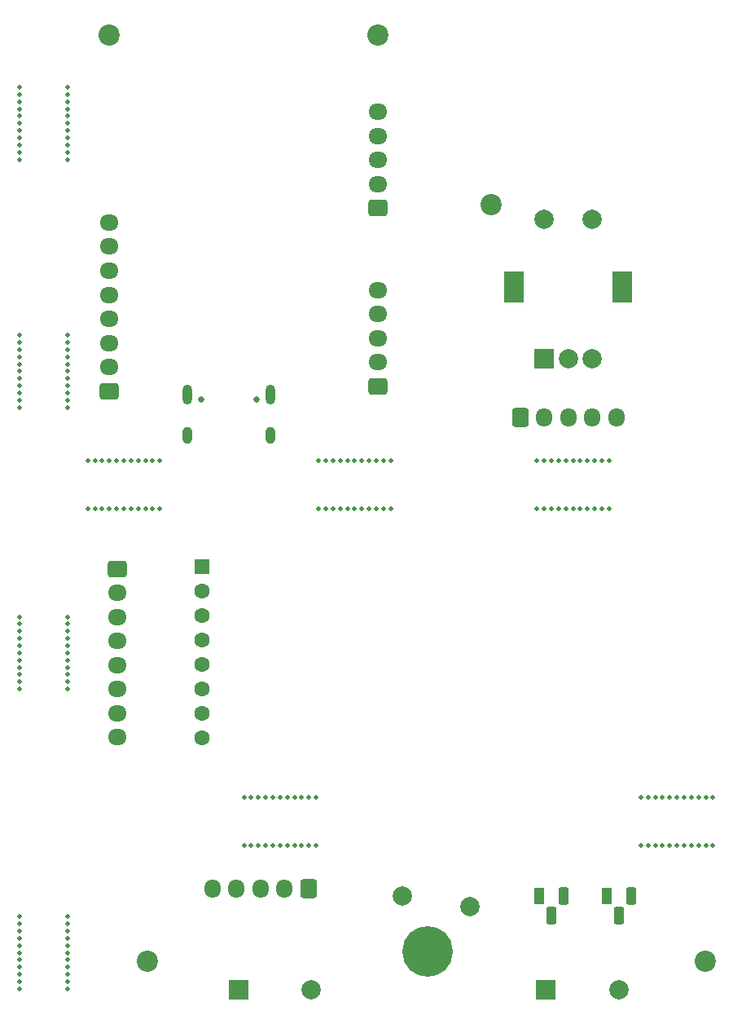
<source format=gbr>
%TF.GenerationSoftware,KiCad,Pcbnew,9.0.2*%
%TF.CreationDate,2025-07-24T13:27:54-05:00*%
%TF.ProjectId,clock,636c6f63-6b2e-46b6-9963-61645f706362,rev?*%
%TF.SameCoordinates,Original*%
%TF.FileFunction,Soldermask,Bot*%
%TF.FilePolarity,Negative*%
%FSLAX46Y46*%
G04 Gerber Fmt 4.6, Leading zero omitted, Abs format (unit mm)*
G04 Created by KiCad (PCBNEW 9.0.2) date 2025-07-24 13:27:54*
%MOMM*%
%LPD*%
G01*
G04 APERTURE LIST*
G04 Aperture macros list*
%AMRoundRect*
0 Rectangle with rounded corners*
0 $1 Rounding radius*
0 $2 $3 $4 $5 $6 $7 $8 $9 X,Y pos of 4 corners*
0 Add a 4 corners polygon primitive as box body*
4,1,4,$2,$3,$4,$5,$6,$7,$8,$9,$2,$3,0*
0 Add four circle primitives for the rounded corners*
1,1,$1+$1,$2,$3*
1,1,$1+$1,$4,$5*
1,1,$1+$1,$6,$7*
1,1,$1+$1,$8,$9*
0 Add four rect primitives between the rounded corners*
20,1,$1+$1,$2,$3,$4,$5,0*
20,1,$1+$1,$4,$5,$6,$7,0*
20,1,$1+$1,$6,$7,$8,$9,0*
20,1,$1+$1,$8,$9,$2,$3,0*%
G04 Aperture macros list end*
%ADD10C,2.200000*%
%ADD11C,5.250000*%
%ADD12C,2.000000*%
%ADD13C,0.500000*%
%ADD14RoundRect,0.250000X0.725000X-0.600000X0.725000X0.600000X-0.725000X0.600000X-0.725000X-0.600000X0*%
%ADD15O,1.950000X1.700000*%
%ADD16C,0.650000*%
%ADD17O,1.000000X2.100000*%
%ADD18O,1.000000X1.800000*%
%ADD19R,2.000000X2.000000*%
%ADD20R,2.000000X3.200000*%
%ADD21R,1.524000X1.524000*%
%ADD22C,1.600000*%
%ADD23RoundRect,0.250000X-0.725000X0.600000X-0.725000X-0.600000X0.725000X-0.600000X0.725000X0.600000X0*%
%ADD24R,1.100000X1.800000*%
%ADD25RoundRect,0.275000X-0.275000X-0.625000X0.275000X-0.625000X0.275000X0.625000X-0.275000X0.625000X0*%
%ADD26RoundRect,0.250000X-0.600000X-0.725000X0.600000X-0.725000X0.600000X0.725000X-0.600000X0.725000X0*%
%ADD27O,1.700000X1.950000*%
%ADD28RoundRect,0.250000X0.600000X0.725000X-0.600000X0.725000X-0.600000X-0.725000X0.600000X-0.725000X0*%
G04 APERTURE END LIST*
D10*
%TO.C,REF\u002A\u002A*%
X138250001Y-176750000D03*
%TD*%
D11*
%TO.C,S1*%
X109400001Y-175750000D03*
D12*
X113800001Y-171050000D03*
X106800001Y-170000000D03*
%TD*%
D10*
%TO.C,REF\u002A\u002A*%
X80250001Y-176750000D03*
%TD*%
D13*
%TO.C,mouse-bite-5mm-slot*%
X98050000Y-124750000D03*
X98050000Y-129750000D03*
X98800000Y-124750000D03*
X98800000Y-124750000D03*
X98800000Y-129750000D03*
X98800000Y-129750000D03*
X99550000Y-124750000D03*
X99550000Y-129750000D03*
X100300000Y-124750000D03*
X100300000Y-129750000D03*
X101050000Y-124750000D03*
X101050000Y-129750000D03*
X101800000Y-124750000D03*
X101800000Y-129750000D03*
X102550000Y-124750000D03*
X102550000Y-129750000D03*
X103300000Y-124750000D03*
X103300000Y-129750000D03*
X104050000Y-124750000D03*
X104050000Y-129750000D03*
X104800000Y-124750000D03*
X104800000Y-129750000D03*
X105550000Y-124750000D03*
X105550000Y-129750000D03*
%TD*%
%TO.C,mouse-bite-5mm-slot*%
X90300001Y-159750000D03*
X90300001Y-164750000D03*
X91050001Y-159750000D03*
X91050001Y-159750000D03*
X91050001Y-164750000D03*
X91050001Y-164750000D03*
X91800001Y-159750000D03*
X91800001Y-164750000D03*
X92550001Y-159750000D03*
X92550001Y-164750000D03*
X93300001Y-159750000D03*
X93300001Y-164750000D03*
X94050001Y-159750000D03*
X94050001Y-164750000D03*
X94800001Y-159750000D03*
X94800001Y-164750000D03*
X95550001Y-159750000D03*
X95550001Y-164750000D03*
X96300001Y-159750000D03*
X96300001Y-164750000D03*
X97050001Y-159750000D03*
X97050001Y-164750000D03*
X97800001Y-159750000D03*
X97800001Y-164750000D03*
%TD*%
D14*
%TO.C,J8*%
X104250000Y-117050000D03*
D15*
X104250000Y-114550000D03*
X104250000Y-112050000D03*
X104250000Y-109550000D03*
X104250000Y-107050000D03*
%TD*%
D10*
%TO.C,REF\u002A\u002A*%
X116000000Y-98225000D03*
%TD*%
D13*
%TO.C,mouse-bite-5mm-slot*%
X131550001Y-159750000D03*
X131550001Y-164750000D03*
X132300001Y-159750000D03*
X132300001Y-159750000D03*
X132300001Y-164750000D03*
X132300001Y-164750000D03*
X133050001Y-159750000D03*
X133050001Y-164750000D03*
X133800001Y-159750000D03*
X133800001Y-164750000D03*
X134550001Y-159750000D03*
X134550001Y-164750000D03*
X135300001Y-159750000D03*
X135300001Y-164750000D03*
X136050001Y-159750000D03*
X136050001Y-164750000D03*
X136800001Y-159750000D03*
X136800001Y-164750000D03*
X137550001Y-159750000D03*
X137550001Y-164750000D03*
X138300001Y-159750000D03*
X138300001Y-164750000D03*
X139050001Y-159750000D03*
X139050001Y-164750000D03*
%TD*%
D14*
%TO.C,J6*%
X76250000Y-117550000D03*
D15*
X76250000Y-115050000D03*
X76250000Y-112550000D03*
X76250000Y-110050000D03*
X76250000Y-107550000D03*
X76250000Y-105050000D03*
X76250000Y-102550000D03*
X76250000Y-100050000D03*
%TD*%
D13*
%TO.C,mouse-bite-5mm-slot*%
X67000000Y-119250000D03*
X72000000Y-119250000D03*
X67000000Y-118500000D03*
X67000000Y-118500000D03*
X72000000Y-118500000D03*
X72000000Y-118500000D03*
X67000000Y-117750000D03*
X72000000Y-117750000D03*
X67000000Y-117000000D03*
X72000000Y-117000000D03*
X67000000Y-116250000D03*
X72000000Y-116250000D03*
X67000000Y-115500000D03*
X72000000Y-115500000D03*
X67000000Y-114750000D03*
X72000000Y-114750000D03*
X67000000Y-114000000D03*
X72000000Y-114000000D03*
X67000000Y-113250000D03*
X72000000Y-113250000D03*
X67000000Y-112500000D03*
X72000000Y-112500000D03*
X67000000Y-111750000D03*
X72000000Y-111750000D03*
%TD*%
D14*
%TO.C,J5*%
X104250000Y-98550000D03*
D15*
X104250000Y-96050000D03*
X104250000Y-93550000D03*
X104250000Y-91050000D03*
X104250000Y-88550000D03*
%TD*%
D13*
%TO.C,mouse-bite-5mm-slot*%
X74050000Y-124750000D03*
X74050000Y-129750000D03*
X74800000Y-124750000D03*
X74800000Y-124750000D03*
X74800000Y-129750000D03*
X74800000Y-129750000D03*
X75550000Y-124750000D03*
X75550000Y-129750000D03*
X76300000Y-124750000D03*
X76300000Y-129750000D03*
X77050000Y-124750000D03*
X77050000Y-129750000D03*
X77800000Y-124750000D03*
X77800000Y-129750000D03*
X78550000Y-124750000D03*
X78550000Y-129750000D03*
X79300000Y-124750000D03*
X79300000Y-129750000D03*
X80050000Y-124750000D03*
X80050000Y-129750000D03*
X80800000Y-124750000D03*
X80800000Y-129750000D03*
X81550000Y-124750000D03*
X81550000Y-129750000D03*
%TD*%
%TO.C,mouse-bite-5mm-slot*%
X67000000Y-179625000D03*
X72000000Y-179625000D03*
X67000000Y-178875000D03*
X67000000Y-178875000D03*
X72000000Y-178875000D03*
X72000000Y-178875000D03*
X67000000Y-178125000D03*
X72000000Y-178125000D03*
X67000000Y-177375000D03*
X72000000Y-177375000D03*
X67000000Y-176625000D03*
X72000000Y-176625000D03*
X67000000Y-175875000D03*
X72000000Y-175875000D03*
X67000000Y-175125000D03*
X72000000Y-175125000D03*
X67000000Y-174375000D03*
X72000000Y-174375000D03*
X67000000Y-173625000D03*
X72000000Y-173625000D03*
X67000000Y-172875000D03*
X72000000Y-172875000D03*
X67000000Y-172125000D03*
X72000000Y-172125000D03*
%TD*%
%TO.C,mouse-bite-5mm-slot*%
X67000000Y-148500000D03*
X72000000Y-148500000D03*
X67000000Y-147750000D03*
X67000000Y-147750000D03*
X72000000Y-147750000D03*
X72000000Y-147750000D03*
X67000000Y-147000000D03*
X72000000Y-147000000D03*
X67000000Y-146250000D03*
X72000000Y-146250000D03*
X67000000Y-145500000D03*
X72000000Y-145500000D03*
X67000000Y-144750000D03*
X72000000Y-144750000D03*
X67000000Y-144000000D03*
X72000000Y-144000000D03*
X67000000Y-143250000D03*
X72000000Y-143250000D03*
X67000000Y-142500000D03*
X72000000Y-142500000D03*
X67000000Y-141750000D03*
X72000000Y-141750000D03*
X67000000Y-141000000D03*
X72000000Y-141000000D03*
%TD*%
D16*
%TO.C,J1*%
X85860000Y-118445000D03*
X91640000Y-118445000D03*
D17*
X84430000Y-117945000D03*
D18*
X84430000Y-122125000D03*
D17*
X93070000Y-117945000D03*
D18*
X93070000Y-122125000D03*
%TD*%
D10*
%TO.C,REF\u002A\u002A*%
X76250000Y-80550000D03*
%TD*%
D19*
%TO.C,SW1*%
X121500000Y-114225000D03*
D12*
X126500000Y-114225000D03*
X124000000Y-114225000D03*
D20*
X118400000Y-106725000D03*
X129600000Y-106725000D03*
D12*
X126500000Y-99725000D03*
X121500000Y-99725000D03*
%TD*%
D13*
%TO.C,mouse-bite-5mm-slot*%
X120750000Y-124750000D03*
X120750000Y-129750000D03*
X121500000Y-124750000D03*
X121500000Y-124750000D03*
X121500000Y-129750000D03*
X121500000Y-129750000D03*
X122250000Y-124750000D03*
X122250000Y-129750000D03*
X123000000Y-124750000D03*
X123000000Y-129750000D03*
X123750000Y-124750000D03*
X123750000Y-129750000D03*
X124500000Y-124750000D03*
X124500000Y-129750000D03*
X125250000Y-124750000D03*
X125250000Y-129750000D03*
X126000000Y-124750000D03*
X126000000Y-129750000D03*
X126750000Y-124750000D03*
X126750000Y-129750000D03*
X127500000Y-124750000D03*
X127500000Y-129750000D03*
X128250000Y-124750000D03*
X128250000Y-129750000D03*
%TD*%
D10*
%TO.C,REF\u002A\u002A*%
X104250000Y-80550000D03*
%TD*%
D21*
%TO.C,LCD1*%
X85900000Y-135750000D03*
D22*
X85900000Y-138290000D03*
X85900000Y-140830000D03*
X85900000Y-143370000D03*
X85900000Y-145910000D03*
X85900000Y-148450000D03*
X85900000Y-150990000D03*
X85900000Y-153530000D03*
%TD*%
D13*
%TO.C,mouse-bite-5mm-slot*%
X67000000Y-93500000D03*
X72000000Y-93500000D03*
X67000000Y-92750000D03*
X67000000Y-92750000D03*
X72000000Y-92750000D03*
X72000000Y-92750000D03*
X67000000Y-92000000D03*
X72000000Y-92000000D03*
X67000000Y-91250000D03*
X72000000Y-91250000D03*
X67000000Y-90500000D03*
X72000000Y-90500000D03*
X67000000Y-89750000D03*
X72000000Y-89750000D03*
X67000000Y-89000000D03*
X72000000Y-89000000D03*
X67000000Y-88250000D03*
X72000000Y-88250000D03*
X67000000Y-87500000D03*
X72000000Y-87500000D03*
X67000000Y-86750000D03*
X72000000Y-86750000D03*
X67000000Y-86000000D03*
X72000000Y-86000000D03*
%TD*%
D23*
%TO.C,J2*%
X77125000Y-136000000D03*
D15*
X77125000Y-138500000D03*
X77125000Y-141000000D03*
X77125000Y-143500000D03*
X77125000Y-146000000D03*
X77125000Y-148500000D03*
X77125000Y-151000000D03*
X77125000Y-153500000D03*
%TD*%
D24*
%TO.C,Q2*%
X128030001Y-169955000D03*
D25*
X129300001Y-172025000D03*
X130570001Y-169955000D03*
%TD*%
D19*
%TO.C,BZ1*%
X89700001Y-179750000D03*
D12*
X97300001Y-179750000D03*
%TD*%
D24*
%TO.C,Q1*%
X120960001Y-169975000D03*
D25*
X122230001Y-172045000D03*
X123500001Y-169975000D03*
%TD*%
D26*
%TO.C,J4*%
X119000000Y-120250000D03*
D27*
X121500000Y-120250000D03*
X124000000Y-120250000D03*
X126500000Y-120250000D03*
X129000000Y-120250000D03*
%TD*%
D28*
%TO.C,J3*%
X97000000Y-169224999D03*
D27*
X94500000Y-169224999D03*
X92000000Y-169224999D03*
X89500000Y-169224999D03*
X87000000Y-169224999D03*
%TD*%
D19*
%TO.C,BZ2*%
X121700001Y-179750000D03*
D12*
X129300001Y-179750000D03*
%TD*%
M02*

</source>
